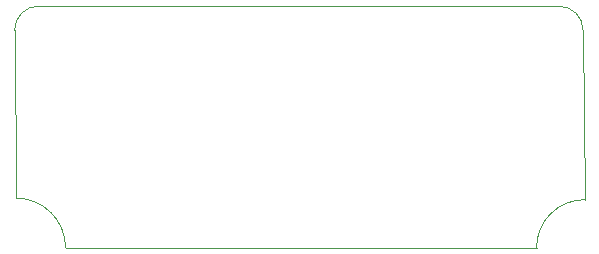
<source format=gbr>
G04 #@! TF.GenerationSoftware,KiCad,Pcbnew,(5.1.9-0-10_14)*
G04 #@! TF.CreationDate,2021-07-10T16:18:32+02:00*
G04 #@! TF.ProjectId,3pdt-switch,33706474-2d73-4776-9974-63682e6b6963,rev?*
G04 #@! TF.SameCoordinates,Original*
G04 #@! TF.FileFunction,Profile,NP*
%FSLAX46Y46*%
G04 Gerber Fmt 4.6, Leading zero omitted, Abs format (unit mm)*
G04 Created by KiCad (PCBNEW (5.1.9-0-10_14)) date 2021-07-10 16:18:32*
%MOMM*%
%LPD*%
G01*
G04 APERTURE LIST*
G04 #@! TA.AperFunction,Profile*
%ADD10C,0.050000*%
G04 #@! TD*
G04 APERTURE END LIST*
D10*
X136271000Y-84074000D02*
X92202000Y-84074000D01*
X90297000Y-100330000D02*
X90170000Y-86106000D01*
X134366000Y-104521000D02*
X94488000Y-104521000D01*
X138303000Y-86106000D02*
X138430000Y-100457000D01*
X134366000Y-104521000D02*
G75*
G02*
X138430000Y-100457000I4064000J0D01*
G01*
X90297000Y-100330000D02*
G75*
G02*
X94488000Y-104521000I0J-4191000D01*
G01*
X90170000Y-86106000D02*
G75*
G02*
X92202000Y-84074000I2032000J0D01*
G01*
X136271000Y-84074000D02*
G75*
G02*
X138303000Y-86106000I0J-2032000D01*
G01*
M02*

</source>
